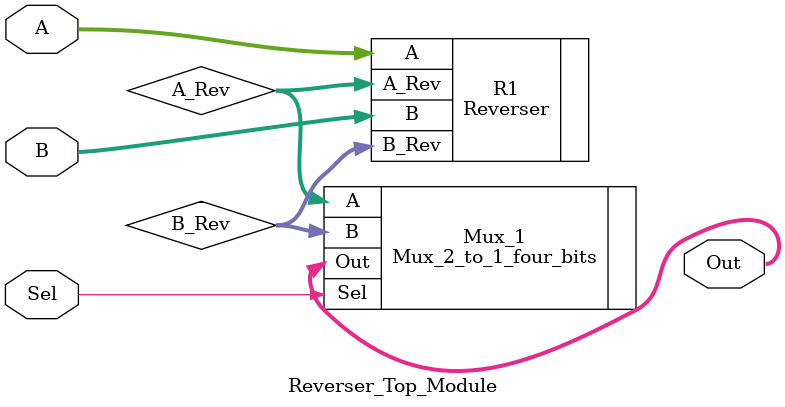
<source format=v>
module Reverser_Top_Module (
   input [3:0] A , B , 
   input Sel ,
   output [3:0] Out  
);
 
wire [3:0] A_Rev , B_Rev ;  

Reverser R1 ( .A( A ) ,
              .B( B ) ,
              .A_Rev( A_Rev ) ,
              .B_Rev( B_Rev )  
            ); 
Mux_2_to_1_four_bits Mux_1 ( .A ( A_Rev ) , 
                             .B ( B_Rev ),
                             .Sel ( Sel ) , 
                             .Out ( Out )
                           );

endmodule 

</source>
